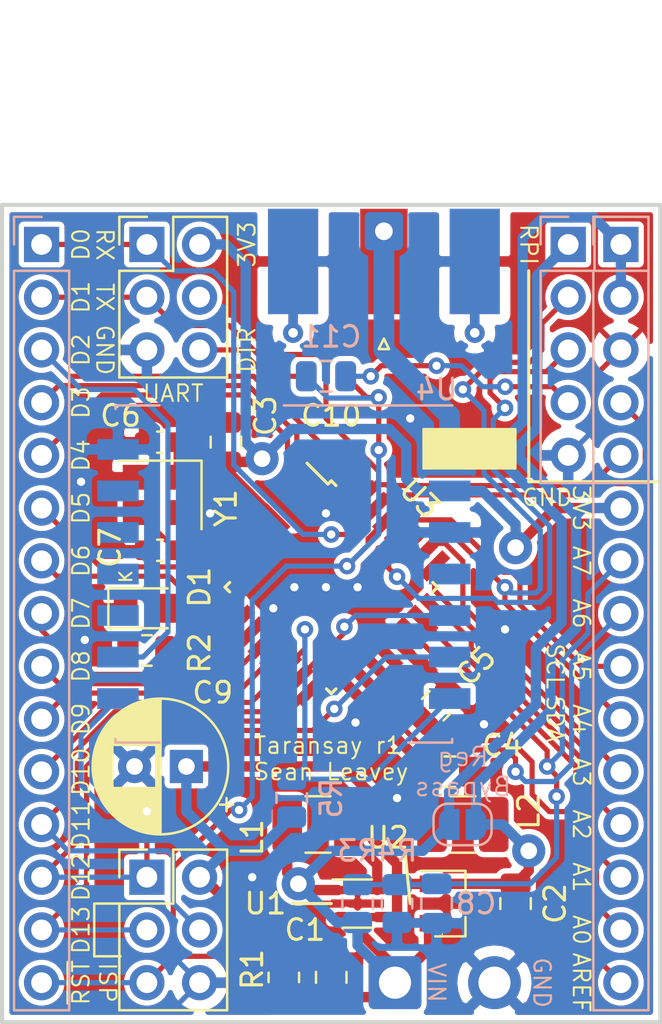
<source format=kicad_pcb>
(kicad_pcb (version 20211014) (generator pcbnew)
  (title_block (title "Taransay") (date "2021-11-06") (rev "1"))
  (layers (0 "F.Cu" signal) (31 "B.Cu" signal) (34 "B.Paste" user) (35 "F.Paste" user) (36 "B.SilkS" user "B.Silkscreen") (37 "F.SilkS" user "F.Silkscreen") (38 "B.Mask" user) (39 "F.Mask" user) (44 "Edge.Cuts" user))
  (net 0 "")
  (net 1 "GND")
  (net 2 "+3V3")
  (net 3 "Net-(C10-Pad2)")
  (net 4 "Net-(C11-Pad1)")
  (net 5 "Net-(L1-Pad2)")
  (net 6 "Net-(U4-Pad4)")
  (net 7 "Net-(U4-Pad10)")
  (net 8 "Net-(U4-Pad11)")
  (net 9 "Net-(U4-Pad12)")
  (net 10 "Net-(U4-Pad13)")
  (net 11 "+3.3VA")
  (net 12 "VDC")
  (net 13 "/AREF")
  (net 14 "Net-(C6-Pad2)")
  (net 15 "Net-(C7-Pad2)")
  (net 16 "/A7")
  (net 17 "/~{RST}")
  (net 18 "Net-(D1-Pad2)")
  (net 19 "/A6")
  (net 20 "/A5")
  (net 21 "/A4")
  (net 22 "/A3")
  (net 23 "/A2")
  (net 24 "/A1")
  (net 25 "/A0")
  (net 26 "/D13")
  (net 27 "/D12")
  (net 28 "/D11")
  (net 29 "/D10")
  (net 30 "/D9")
  (net 31 "/D8")
  (net 32 "/D7")
  (net 33 "/D6")
  (net 34 "/D5")
  (net 35 "/D4")
  (net 36 "/D3")
  (net 37 "/D2")
  (net 38 "/D1")
  (net 39 "/D0")
  (net 40 "Net-(J4-Pad1)")
  (net 41 "Net-(J7-Pad4)")
  (footprint "Capacitor_SMD:C_0805_2012Metric" (layer "F.Cu") (at 121.92 109.22 -90)
    (fp_text reference "C2")
    (fp_text value "22u")
  )
  (footprint "Capacitor_SMD:C_0805_2012Metric" (layer "F.Cu") (at 107.95 86.995 90)
    (fp_text reference "C3")
    (fp_text value "100n")
  )
  (footprint "Capacitor_SMD:C_0805_2012Metric" (layer "F.Cu") (at 118.745 102.87)
    (fp_text reference "C4")
    (fp_text value "100n")
  )
  (footprint "Capacitor_SMD:C_0603_1608Metric" (layer "F.Cu") (at 104.775 92.202)
    (fp_text reference "C7")
    (fp_text value "26p")
  )
  (footprint "LED_SMD:LED_0805_2012Metric_Pad1.15x1.40mm_HandSolder" (layer "F.Cu") (at 104.14 94.996)
    (fp_text reference "D1")
    (fp_text value "LED")
  )
  (footprint "Connector_Wire:SolderWire-0.25sqmm_1x01_D0.65mm_OD1.7mm" (layer "F.Cu") (at 115.57 76.835)
    (fp_text reference "J4" hide)
    (fp_text value "Whip antenna")
  )
  (footprint "Inductor_SMD:L_1210_3225Metric_Pad1.42x2.65mm_HandSolder" (layer "F.Cu") (at 112.395 105.41)
    (fp_text reference "L1")
    (fp_text value "10u")
  )
  (footprint "Inductor_SMD:L_1210_3225Metric_Pad1.42x2.65mm_HandSolder" (layer "F.Cu") (at 119.38 105.41 180)
    (fp_text reference "L2")
    (fp_text value "10u")
  )
  (footprint "Resistor_SMD:R_0805_2012Metric" (layer "F.Cu") (at 104.14 97.028)
    (fp_text reference "R2")
    (fp_text value "1k")
  )
  (footprint "Package_TO_SOT_SMD:SOT-363_SC-70-6" (layer "F.Cu") (at 114.3 109.22)
    (fp_text reference "U1")
    (fp_text value "LTC3525-3.3")
  )
  (footprint "Package_TO_SOT_SMD:SOT-23" (layer "F.Cu") (at 118.745 109.22)
    (fp_text reference "U2")
    (fp_text value "LM3480-3.3")
  )
  (footprint "Package_QFP:TQFP-32_7x7mm_P0.8mm" (layer "F.Cu") (at 113.03 93.98 -45)
    (fp_text reference "U3")
    (fp_text value "ATmega328P-AU")
  )
  (footprint "Crystal:Crystal_SMD_Abracon_ABM8G-4Pin_3.2x2.5mm" (layer "F.Cu") (at 104.775 89.535 180)
    (fp_text reference "Y1")
    (fp_text value "16MHz")
  )
  (footprint "Connector_Wire:SolderWire-0.75sqmm_1x02_P4.8mm_D1.25mm_OD2.3mm" (layer "F.Cu") (at 116.104 113.03)
    (fp_text reference "J1" hide)
    (fp_text value "VIN")
  )
  (footprint "Resistor_SMD:R_0805_2012Metric" (layer "F.Cu") (at 110.744 112.776 -90)
    (fp_text reference "R1")
    (fp_text value "10k")
  )
  (footprint "Capacitor_THT:CP_Radial_D6.3mm_P2.50mm" (layer "F.Cu") (at 106.045 102.616 180)
    (fp_text reference "C9")
    (fp_text value "68u")
  )
  (footprint "Connector_PinHeader_2.54mm:PinHeader_2x03_P2.54mm_Vertical" (layer "F.Cu") (at 104.14 77.47)
    (fp_text reference "J7" hide)
    (fp_text value "UART")
  )
  (footprint "Connector_Coaxial:SMA_Molex_73251-1153_EdgeMount_Horizontal" (layer "F.Cu") (at 115.57 80.01 -90)
    (fp_text reference "J5" hide)
    (fp_text value "SMA antenna")
  )
  (footprint "Capacitor_SMD:C_0805_2012Metric" (layer "F.Cu") (at 118.11 99.695 45)
    (fp_text reference "C5")
    (fp_text value "100n")
  )
  (footprint "Capacitor_SMD:C_0805_2012Metric" (layer "F.Cu") (at 113.03 112.776 90)
    (fp_text reference "C1")
    (fp_text value "1u")
  )
  (footprint "Connector_PinHeader_2.54mm:PinHeader_2x03_P2.54mm_Vertical" (layer "F.Cu") (at 104.14 107.95)
    (fp_text reference "J6" hide)
    (fp_text value "ISP")
  )
  (footprint "Capacitor_SMD:C_0805_2012Metric" (layer "F.Cu") (at 112.776 83.82 180)
    (fp_text reference "C10")
    (fp_text value "100n")
  )
  (footprint "Capacitor_SMD:C_0603_1608Metric" (layer "F.Cu") (at 104.775 86.995)
    (fp_text reference "C6")
    (fp_text value "26p")
  )
  (footprint "Capacitor_SMD:C_0805_2012Metric" (layer "B.Cu") (at 118.11 109.22 -90)
    (fp_text reference "C8")
    (fp_text value "NP")
  )
  (footprint "Jumper:SolderJumper-2_P1.3mm_Open_RoundedPad1.0x1.5mm" (layer "B.Cu") (at 119.365 105.41)
    (fp_text reference "JP1" hide)
    (fp_text value "Reg bypass")
  )
  (footprint "Resistor_SMD:R_0805_2012Metric" (layer "B.Cu") (at 114.3 109.22 90)
    (fp_text reference "R3")
    (fp_text value "470k")
  )
  (footprint "Resistor_SMD:R_0805_2012Metric" (layer "B.Cu") (at 116.205 109.22 -90)
    (fp_text reference "R4")
    (fp_text value "470k")
  )
  (footprint "Taransay_RF_Module:HOPERF_RFM69CW" (layer "B.Cu") (at 110.744 93.345 180)
    (fp_text reference "U4")
    (fp_text value "RFM69CW")
  )
  (footprint "Resistor_SMD:R_0805_2012Metric" (layer "B.Cu") (at 111.125 104.14 90)
    (fp_text reference "R5")
    (fp_text value "100k")
  )
  (footprint "Connector_PinSocket_2.54mm:PinSocket_1x15_P2.54mm_Vertical" (layer "B.Cu") (at 127 77.47 180)
    (fp_text reference "J2" hide)
    (fp_text value "Analog")
  )
  (footprint "Connector_PinSocket_2.54mm:PinSocket_1x15_P2.54mm_Vertical" (layer "B.Cu") (at 99.06 77.47 180)
    (fp_text reference "J3" hide)
    (fp_text value "Digital")
  )
  (footprint "Capacitor_SMD:C_0805_2012Metric" (layer "B.Cu") (at 112.776 83.82 180)
    (fp_text reference "C11")
    (fp_text value "100n")
  )
  (footprint "Connector_PinSocket_2.54mm:PinSocket_2x05_P2.54mm_Vertical" (layer "B.Cu") (at 124.46 77.47 180)
    (fp_text reference "J8" hide)
    (fp_text value "RPi Interconnect")
  )
  (gr_poly (pts (xy 121.92 86.36) (xy 121.92 88.265) (xy 117.475 88.265) (xy 117.475 86.36)) (layer "F.SilkS") (width 0.1) (fill solid))
  (gr_line (start 116.586 106.68) (end 116.84 109.22) (layer "F.SilkS") (width 0.15))
  (gr_line (start 111.125 109.22) (end 113.03 109.22) (layer "F.SilkS") (width 0.15))
  (gr_line (start 101.6 109.22) (end 101.6 111.76) (layer "F.SilkS") (width 0.12))
  (gr_line (start 101.6 111.76) (end 102.87 111.76) (layer "F.SilkS") (width 0.12))
  (gr_line (start 122.555 88.9) (end 128.905 88.9) (layer "F.SilkS") (width 0.15))
  (gr_line (start 102.87 109.22) (end 101.66 109.22) (layer "F.SilkS") (width 0.12))
  (gr_line (start 122.555 78.74) (end 122.555 88.9) (layer "F.SilkS") (width 0.15))
  (gr_line (start 128.905 75.565) (end 97.155 75.565) (layer "Edge.Cuts") (width 0.2))
  (gr_line (start 97.155 114.935) (end 128.905 114.935) (layer "Edge.Cuts") (width 0.2))
  (gr_line (start 128.905 114.935) (end 128.905 75.565) (layer "Edge.Cuts") (width 0.2))
  (gr_line (start 97.155 75.565) (end 97.155 114.935) (layer "Edge.Cuts") (width 0.2))
  (gr_text "VIN" (at 118.11 113.03 -90) (layer "B.SilkS") (effects (font (size 0.8 0.8) (thickness 0.1))))
  (gr_text "GND" (at 123.19 113.03 -90) (layer "B.SilkS") (effects (font (size 0.8 0.8) (thickness 0.1))))
  (gr_text "Reg\nBypass" (at 119.38 102.87) (layer "B.SilkS") (effects (font (size 0.9 0.9) (thickness 0.1)) (justify mirror)))
  (gr_text "D1" (at 100.965 80.01 90) (layer "F.SilkS") (effects (font (size 0.8 0.8) (thickness 0.1))))
  (gr_text "D2" (at 100.965 82.55 90) (layer "F.SilkS") (effects (font (size 0.8 0.8) (thickness 0.1))))
  (gr_text "D3" (at 100.965 85.09 90) (layer "F.SilkS") (effects (font (size 0.8 0.8) (thickness 0.1))))
  (gr_text "D4" (at 100.965 87.63 90) (layer "F.SilkS") (effects (font (size 0.8 0.8) (thickness 0.1))))
  (gr_text "D5" (at 100.965 90.17 90) (layer "F.SilkS") (effects (font (size 0.8 0.8) (thickness 0.1))))
  (gr_text "D6" (at 100.965 92.71 90) (layer "F.SilkS") (effects (font (size 0.8 0.8) (thickness 0.1))))
  (gr_text "D7" (at 100.965 95.25 90) (layer "F.SilkS") (effects (font (size 0.8 0.8) (thickness 0.1))))
  (gr_text "D8" (at 100.965 97.79 90) (layer "F.SilkS") (effects (font (size 0.8 0.8) (thickness 0.1))))
  (gr_text "D9" (at 100.965 100.33 90) (layer "F.SilkS") (effects (font (size 0.8 0.8) (thickness 0.1))))
  (gr_text "D10" (at 100.965 102.87 90) (layer "F.SilkS") (effects (font (size 0.8 0.8) (thickness 0.1))))
  (gr_text "D11" (at 100.965 105.41 90) (layer "F.SilkS") (effects (font (size 0.8 0.8) (thickness 0.1))))
  (gr_text "D12" (at 100.965 107.95 90) (layer "F.SilkS") (effects (font (size 0.8 0.8) (thickness 0.1))))
  (gr_text "D13" (at 100.965 110.49 90) (layer "F.SilkS") (effects (font (size 0.8 0.8) (thickness 0.1))))
  (gr_text "~{RST}" (at 100.965 113.03 90) (layer "F.SilkS") (effects (font (size 0.8 0.8) (thickness 0.1))))
  (gr_text "AREF" (at 125.095 113.03 -90) (layer "F.SilkS") (effects (font (size 0.8 0.8) (thickness 0.1))))
  (gr_text "A0" (at 125.095 110.49 -90) (layer "F.SilkS") (effects (font (size 0.8 0.8) (thickness 0.1))))
  (gr_text "A1" (at 125.095 107.95 -90) (layer "F.SilkS") (effects (font (size 0.8 0.8) (thickness 0.1))))
  (gr_text "A2" (at 125.095 105.41 -90) (layer "F.SilkS") (effects (font (size 0.8 0.8) (thickness 0.1))))
  (gr_text "A3" (at 125.095 102.87 -90) (layer "F.SilkS") (effects (font (size 0.8 0.8) (thickness 0.1))))
  (gr_text "A4" (at 125.095 100.33 -90) (layer "F.SilkS") (effects (font (size 0.8 0.8) (thickness 0.1))))
  (gr_text "A5" (at 125.095 97.79 -90) (layer "F.SilkS") (effects (font (size 0.8 0.8) (thickness 0.1))))
  (gr_text "A6" (at 125.095 95.25 -90) (layer "F.SilkS") (effects (font (size 0.8 0.8) (thickness 0.1))))
  (gr_text "A7" (at 125.095 92.71 -90) (layer "F.SilkS") (effects (font (size 0.8 0.8) (thickness 0.1))))
  (gr_text "3V3" (at 125.095 90.17 -90) (layer "F.SilkS") (effects (font (size 0.8 0.8) (thickness 0.1))))
  (gr_text "GND" (at 123.444 89.662) (layer "F.SilkS") (effects (font (size 0.8 0.8) (thickness 0.1))))
  (gr_text "3V3" (at 108.966 77.47 90) (layer "F.SilkS") (effects (font (size 0.8 0.8) (thickness 0.1))))
  (gr_text "GND" (at 102.108 82.55 -90) (layer "F.SilkS") (effects (font (size 0.8 0.8) (thickness 0.1))))
  (gr_text "TX" (at 102.108 80.01 -90) (layer "F.SilkS") (effects (font (size 0.8 0.8) (thickness 0.1))))
  (gr_text "RX" (at 102.108 77.47 -90) (layer "F.SilkS") (effects (font (size 0.8 0.8) (thickness 0.1))))
  (gr_text "DTR" (at 108.966 82.55 90) (layer "F.SilkS") (effects (font (size 0.8 0.8) (thickness 0.1))))
  (gr_text "UART" (at 105.41 84.6455) (layer "F.SilkS") (effects (font (size 0.8 0.8) (thickness 0.1))))
  (gr_text "RPI" (at 122.555 77.47 -90) (layer "F.SilkS") (effects (font (size 0.8 0.8) (thickness 0.1))))
  (gr_text "VIN" (at 118.11 113.03 -90) (layer "F.SilkS") (effects (font (size 0.8 0.8) (thickness 0.1))))
  (gr_text "GND" (at 123.19 113.03 -90) (layer "F.SilkS") (effects (font (size 0.8 0.8) (thickness 0.1))))
  (gr_text "ISP" (at 102.235 113.03 -90) (layer "F.SilkS") (effects (font (size 0.8 0.8) (thickness 0.1))))
  (gr_text "K" (at 103.124 93.472 90) (layer "F.SilkS") (effects (font (size 0.6 0.6) (thickness 0.1))))
  (gr_text "Taransay r1" (at 109.22 101.6) (layer "F.SilkS") (effects (font (size 0.8 0.8) (thickness 0.1)) (justify left)))
  (gr_text "Sean Leavey" (at 109.22 102.87) (layer "F.SilkS") (effects (font (size 0.8 0.8) (thickness 0.1)) (justify left)))
  (gr_text "SDA" (at 123.825 100.33 -90) (layer "F.SilkS") (effects (font (size 0.8 0.8) (thickness 0.1))))
  (gr_text "SCL" (at 123.825 97.79 -90) (layer "F.SilkS") (effects (font (size 0.8 0.8) (thickness 0.1))))
  (gr_text "D0" (at 100.965 77.47 90) (layer "F.SilkS") (effects (font (size 0.8 0.8) (thickness 0.1))))
  (segment (start 127 82.55) (end 125.73 81.28) (width 0.25) (layer "F.Cu") (net 1))
  (segment (start 102.489 94.996) (end 101.6 95.885) (width 0.25) (layer "F.Cu") (net 1))
  (segment (start 111.19 81.73) (end 111.19 78.29) (width 0.25) (layer "F.Cu") (net 1))
  (segment (start 125.73 83.82) (end 127 82.55) (width 0.25) (layer "F.Cu") (net 1))
  (segment (start 124.46 87.63) (end 125.73 86.36) (width 0.25) (layer "F.Cu") (net 1))
  (segment (start 102.667998 94.996) (end 101.143998 96.52) (width 0.25) (layer "F.Cu") (net 1))
  (segment (start 119.95 81.73) (end 119.95 78.29) (width 0.25) (layer "F.Cu") (net 1))
  (segment (start 125.73 86.36) (end 125.73 83.82) (width 0.25) (layer "F.Cu") (net 1))
  (segment (start 105.875 90.385) (end 107.149 90.385) (width 0.25) (layer "F.Cu") (net 1))
  (segment (start 103.115 94.996) (end 102.489 94.996) (width 0.25) (layer "F.Cu") (net 1))
  (segment (start 106.68 113.03) (end 105.41 114.3) (width 0.25) (layer "F.Cu") (net 1))
  (segment (start 111.19 81.28) (end 111.19 78.29) (width 0.25) (layer "F.Cu") (net 1))
  (segment (start 107.149 90.385) (end 107.188 90.424) (width 0.25) (layer "F.Cu") (net 1))
  (segment (start 127 82.55) (end 128.27 81.28) (width 0.25) (layer "F.Cu") (net 1))
  (segment (start 103.115 94.996) (end 102.667998 94.996) (width 0.25) (layer "F.Cu") (net 1))
  (via (at 116.84 85.852) (size 0.8) (drill 0.4) (layers "F.Cu" "B.Cu") (net 1))
  (via (at 112.776 90.424) (size 0.8) (drill 0.4) (layers "F.Cu" "B.Cu") (net 1))
  (via (at 111.252 93.98) (size 0.8) (drill 0.4) (layers "F.Cu" "B.Cu") (net 1))
  (via (at 116.205 104.14) (size 0.8) (drill 0.4) (layers "F.Cu" "B.Cu") (net 1))
  (via (at 112.776 93.98) (size 0.8) (drill 0.4) (layers "F.Cu" "B.Cu") (net 1))
  (via (at 120.396 100.584) (size 0.8) (drill 0.4) (layers "F.Cu" "B.Cu") (net 1))
  (via (at 101.143998 96.52) (size 0.8) (drill 0.4) (layers "F.Cu" "B.Cu") (net 1))
  (via (at 109.22 107.95) (size 0.8) (drill 0.4) (layers "F.Cu" "B.Cu") (net 1))
  (via (at 107.188 90.424) (size 0.8) (drill 0.4) (layers "F.Cu" "B.Cu") (net 1))
  (via (at 114.2 100.5) (size 0.8) (drill 0.4) (layers "F.Cu" "B.Cu") (net 1))
  (via (at 100.965 88.9) (size 0.8) (drill 0.4) (layers "F.Cu" "B.Cu") (net 1))
  (via (at 121.412 96.012) (size 0.8) (drill 0.4) (layers "F.Cu" "B.Cu") (net 1))
  (via (at 114.3 93.98) (size 0.8) (drill 0.4) (layers "F.Cu" "B.Cu") (net 1))
  (via (at 110.236 94.996) (size 0.8) (drill 0.4) (layers "F.Cu" "B.Cu") (net 1))
  (segment (start 111.19 81.73) (end 111.19 78.29) (width 0.25) (layer "B.Cu") (net 1))
  (segment (start 106.68 113.03) (end 105.41 114.3) (width 0.25) (layer "B.Cu") (net 1))
  (segment (start 119.95 81.73) (end 119.95 78.29) (width 0.25) (layer "B.Cu") (net 1))
  (segment (start 106.68 113.03) (end 105.41 111.76) (width 0.25) (layer "B.Cu") (net 1))
  (segment (start 124.46 87.63) (end 125.73 86.36) (width 0.25) (layer "B.Cu") (net 1))
  (segment (start 108.886905 90.344905) (end 108.531803 90.700007) (width 0.5) (layer "F.Cu") (net 2))
  (segment (start 122.555 106.68) (end 122.555 107.635) (width 0.5) (layer "F.Cu") (net 2))
  (segment (start 116.205 108.585) (end 116.205 107.95) (width 0.5) (layer "F.Cu") (net 2))
  (segment (start 107.95 88.334314) (end 110.307639 90.691953) (width 0.5) (layer "F.Cu") (net 2))
  (segment (start 115.04501 104.045044) (end 113.615966 102.616) (width 0.5) (layer "F.Cu") (net 2))
  (segment (start 108.531803 91.178859) (end 109.176268 91.823324) (width 0.5) (layer "F.Cu") (net 2))
  (segment (start 110.744 111.8635) (end 106.8305 107.95) (width 0.5) (layer "F.Cu") (net 2))
  (segment (start 121.92 92.075) (end 123.825 90.17) (width 0.5) (layer "F.Cu") (net 2))
  (segment (start 106.8305 107.95) (end 106.68 107.95) (width 0.5) (layer "F.Cu") (net 2))
  (segment (start 108.531803 90.700007) (end 108.531803 91.178859) (width 0.5) (layer "F.Cu") (net 2))
  (segment (start 123.825 90.17) (end 127 90.17) (width 0.5) (layer "F.Cu") (net 2))
  (segment (start 116.205 109.74) (end 116.205 108.585) (width 0.5) (layer "F.Cu") (net 2))
  (segment (start 121.285 105.41) (end 122.555 106.68) (width 0.5) (layer "F.Cu") (net 2))
  (segment (start 109.663175 90.047489) (end 109.184321 90.047489) (width 0.5) (layer "F.Cu") (net 2))
  (segment (start 109.539999 87.945) (end 109.694503 87.790496) (width 0.5) (layer "F.Cu") (net 2))
  (segment (start 117.745 108.27) (end 121.92 108.27) (width 0.5) (layer "F.Cu") (net 2))
  (segment (start 122.555 107.635) (end 121.92 108.27) (width 0.5) (layer "F.Cu") (net 2))
  (segment (start 116.525 108.27) (end 116.205 107.95) (width 0.5) (layer "F.Cu") (net 2))
  (segment (start 116.205 108.585) (end 116.205 107.315) (width 0.5) (layer "F.Cu") (net 2))
  (segment (start 115.25 109.87) (end 116.075 109.87) (width 0.5) (layer "F.Cu") (net 2))
  (segment (start 107.696 102.616) (end 106.045 102.616) (width 0.5) (layer "F.Cu") (net 2))
  (segment (start 113.615966 102.616) (end 107.696 102.616) (width 0.5) (layer "F.Cu") (net 2))
  (segment (start 116.075 109.87) (end 116.205 109.74) (width 0.5) (layer "F.Cu") (net 2))
  (segment (start 107.95 87.945) (end 109.539999 87.945) (width 0.5) (layer "F.Cu") (net 2))
  (segment (start 115.04501 106.15501) (end 115.04501 104.045044) (width 0.5) (layer "F.Cu") (net 2))
  (segment (start 117.745 108.27) (end 116.525 108.27) (width 0.5) (layer "F.Cu") (net 2))
  (segment (start 120.8675 105.41) (end 121.285 105.41) (width 0.5) (layer "F.Cu") (net 2))
  (segment (start 107.95 87.945) (end 107.95 88.334314) (width 0.5) (layer "F.Cu") (net 2))
  (segment (start 109.184321 90.047489) (end 108.886905 90.344905) (width 0.5) (layer "F.Cu") (net 2))
  (segment (start 110.307639 90.691953) (end 109.663175 90.047489) (width 0.5) (layer "F.Cu") (net 2))
  (segment (start 116.205 107.315) (end 115.04501 106.15501) (width 0.5) (layer "F.Cu") (net 2))
  (via (at 109.694503 87.790496) (size 1.6) (drill 0.8) (layers "F.Cu" "B.Cu") (net 2))
  (via (at 121.92 92.075) (size 1.6) (drill 0.8) (layers "F.Cu" "B.Cu") (net 2))
  (via (at 122.555 106.68) (size 1.6) (drill 0.8) (layers "F.Cu" "B.Cu") (net 2))
  (segment (start 111.125 105.0525) (end 110.8475 105.0525) (width 0.5) (layer "B.Cu") (net 2))
  (segment (start 127 90.17) (end 125.173008 90.17) (width 0.5) (layer "B.Cu") (net 2))
  (segment (start 121.285 105.41) (end 122.555 106.68) (width 0.5) (layer "B.Cu") (net 2))
  (segment (start 107.95 77.47) (end 106.68 77.47) (width 0.5) (layer "B.Cu") (net 2))
  (segment (start 122.966664 85.501664) (end 122.966664 78.963336) (width 0.5) (layer "B.Cu") (net 2))
  (segment (start 117.244 89.345) (end 116.6495 88.7505) (width 0.5) (layer "B.Cu") (net 2))
  (segment (start 108.90401 87.000003) (end 108.90401 78.42401) (width 0.5) (layer "B.Cu") (net 2))
  (segment (start 122.966662 86.3033) (end 122.966662 85.501666) (width 0.5) (layer "B.Cu") (net 2))
  (segment (start 106.045 102.616) (end 106.045 104.775) (width 0.5) (layer "B.Cu") (net 2))
  (segment (start 116.6495 88.7505) (end 116.6495 87.1855) (width 0.5) (layer "B.Cu") (net 2))
  (segment (start 124.836785 95.963619) (end 124.836785 90.506223) (width 0.5) (layer "B.Cu") (net 2))
  (segment (start 121.92 90.94363) (end 121.533185 90.556815) (width 0.5) (layer "B.Cu") (net 2))
  (segment (start 120.65 105.41) (end 121.285 105.41) (width 0.5) (layer "B.Cu") (net 2))
  (segment (start 122.966662 85.501666) (end 122.966664 85.501664) (width 0.5) (layer "B.Cu") (net 2))
  (segment (start 122.12103 87.148932) (end 122.966662 86.3033) (width 0.5) (layer "B.Cu") (net 2))
  (segment (start 121.290999 102.240999) (end 120.015 103.516998) (width 0.5) (layer "B.Cu") (net 2))
  (segment (start 122.12103 87.79047) (end 122.12103 87.148932) (width 0.5) (layer "B.Cu") (net 2))
  (segment (start 120.015 105.41) (end 120.65 105.41) (width 0.5) (layer "B.Cu") (net 2))
  (segment (start 120.015 103.516998) (end 120.015 105.41) (width 0.5) (layer "B.Cu") (net 2))
  (segment (start 109.694503 87.790496) (end 108.90401 87.000003) (width 0.5) (layer "B.Cu") (net 2))
  (segment (start 109.4975 106.68) (end 111.125 105.0525) (width 0.5) (layer "B.Cu") (net 2))
  (segment (start 120.32137 89.345) (end 121.533185 90.556815) (width 0.5) (layer "B.Cu") (net 2))
  (segment (start 121.290999 102.240999) (end 123.598979 99.933019) (width 0.5) (layer "B.Cu") (net 2))
  (segment (start 108.90401 78.42401) (end 107.95 77.47) (width 0.5) (layer "B.Cu") (net 2))
  (segment (start 115.824 86.36) (end 111.124999 86.36) (width 0.5) (layer "B.Cu") (net 2))
  (segment (start 116.6495 87.1855) (end 115.824 86.36) (width 0.5) (layer "B.Cu") (net 2))
  (segment (start 118.744 89.345) (end 117.244 89.345) (width 0.5) (layer "B.Cu") (net 2))
  (segment (start 107.95 106.68) (end 109.4975 106.68) (width 0.5) (layer "B.Cu") (net 2))
  (segment (start 121.92 92.075) (end 121.92 90.94363) (width 0.5) (layer "B.Cu") (net 2))
  (segment (start 122.966664 78.963336) (end 124.46 77.47) (width 0.5) (layer "B.Cu") (net 2))
  (segment (start 123.598979 97.201425) (end 124.836785 95.963619) (width 0.5) (layer "B.Cu") (net 2))
  (segment (start 125.173008 90.17) (end 124.836785 90.506223) (width 0.5) (layer "B.Cu") (net 2))
  (segment (start 111.124999 86.36) (end 109.694503 87.790496) (width 0.5) (layer "B.Cu") (net 2))
  (segment (start 106.68 107.95) (end 107.95 106.68) (width 0.5) (layer "B.Cu") (net 2))
  (segment (start 106.045 104.775) (end 107.95 106.68) (width 0.5) (layer "B.Cu") (net 2))
  (segment (start 123.598979 99.933019) (end 123.598979 97.201425) (width 0.5) (layer "B.Cu") (net 2))
  (segment (start 118.744 89.345) (end 120.32137 89.345) (width 0.5) (layer "B.Cu") (net 2))
  (segment (start 124.836785 90.506223) (end 122.12103 87.79047) (width 0.5) (layer "B.Cu") (net 2))
  (segment (start 109.92161 83.82) (end 111.826 83.82) (width 0.25) (layer "F.Cu") (net 3))
  (segment (start 108.65161 82.55) (end 109.92161 83.82) (width 0.25) (layer "F.Cu") (net 3))
  (segment (start 106.68 82.55) (end 108.65161 82.55) (width 0.25) (layer "F.Cu") (net 3))
  (segment (start 115.443 83.312) (end 114.935 83.82) (width 0.25) (layer "F.Cu") (net 4))
  (segment (start 123.693347 84.323347) (end 124.46 85.09) (width 0.25) (layer "F.Cu") (net 4))
  (segment (start 121.416653 84.323347) (end 123.693347 84.323347) (width 0.25) (layer "F.Cu") (net 4))
  (segment (start 118.11 83.312) (end 115.443 83.312) (width 0.25) (layer "F.Cu") (net 4))
  (via (at 121.416653 84.323347) (size 0.8) (drill 0.4) (layers "F.Cu" "B.Cu") (net 4))
  (via (at 114.935 83.82) (size 0.8) (drill 0.4) (layers "F.Cu" "B.Cu") (net 4))
  (via (at 118.11 83.312) (size 0.8) (drill 0.4) (layers "F.Cu" "B.Cu") (net 4))
  (segment (start 119.310002 83.312) (end 120.321349 84.323347) (width 0.25) (layer "B.Cu") (net 4))
  (segment (start 114.935 83.82) (end 113.726 83.82) (width 0.25) (layer "B.Cu") (net 4))
  (segment (start 118.11 83.312) (end 119.310002 83.312) (width 0.25) (layer "B.Cu") (net 4))
  (segment (start 120.321349 84.323347) (end 121.416653 84.323347) (width 0.25) (layer "B.Cu") (net 4))
  (segment (start 115.25 107.349962) (end 113.8825 105.982462) (width 0.5) (layer "F.Cu") (net 5))
  (segment (start 113.8825 105.982462) (end 113.8825 105.41) (width 0.5) (layer "F.Cu") (net 5))
  (segment (start 115.25 108.57) (end 115.25 107.349962) (width 0.5) (layer "F.Cu") (net 5))
  (segment (start 117.8925 102.9675) (end 117.795 102.87) (width 0.5) (layer "F.Cu") (net 11))
  (segment (start 114.62099 98.399417) (end 115.265455 99.043882) (width 0.5) (layer "F.Cu") (net 11))
  (segment (start 115.265455 99.043882) (end 115.265455 100.340455) (width 0.5) (layer "F.Cu") (net 11))
  (segment (start 115.265455 100.340455) (end 117.795 102.87) (width 0.5) (layer "F.Cu") (net 11))
  (segment (start 117.8925 105.41) (end 117.8925 102.9675) (width 0.5) (layer "F.Cu") (net 11))
  (segment (start 116.104 112.294) (end 116.104 113.03) (width 0.5) (layer "F.Cu") (net 12))
  (segment (start 110.9075 107.7325) (end 111.4425 108.2675) (width 0.5) (layer "F.Cu") (net 12))
  (segment (start 111.745 108.57) (end 113.35 108.57) (width 0.5) (layer "F.Cu") (net 12))
  (segment (start 113.68 109.87) (end 116.104 112.294) (width 0.5) (layer "F.Cu") (net 12))
  (segment (start 117.745 110.17) (end 117.745 111.389) (width 0.5) (layer "F.Cu") (net 12))
  (segment (start 115.408 113.726) (end 116.104 113.03) (width 0.5) (layer "F.Cu") (net 12))
  (segment (start 117.745 111.389) (end 116.104 113.03) (width 0.5) (layer "F.Cu") (net 12))
  (segment (start 113.03 113.726) (end 115.408 113.726) (width 0.5) (layer "F.Cu") (net 12))
  (segment (start 111.4425 108.2675) (end 111.745 108.57) (width 0.5) (layer "F.Cu") (net 12))
  (segment (start 113.35 109.87) (end 113.68 109.87) (width 0.5) (layer "F.Cu") (net 12))
  (segment (start 110.9075 105.41) (end 110.9075 107.7325) (width 0.5) (layer "F.Cu") (net 12))
  (via (at 111.4425 108.2675) (size 1.6) (drill 0.8) (layers "F.Cu" "B.Cu") (net 12))
  (segment (start 111.4425 108.2675) (end 113.03 106.68) (width 0.5) (layer "B.Cu") (net 12))
  (segment (start 113.03 106.68) (end 117.445 106.68) (width 0.5) (layer "B.Cu") (net 12))
  (segment (start 113.3075 110.1325) (end 114.3 110.1325) (width 0.5) (layer "B.Cu") (net 12))
  (segment (start 118.715 105.41) (end 118.715 103.827036) (width 0.5) (layer "B.Cu") (net 12))
  (segment (start 122.898969 99.643067) (end 122.066018 100.476018) (width 0.5) (layer "B.Cu") (net 12))
  (segment (start 111.4425 108.2675) (end 113.3075 110.1325) (width 0.5) (layer "B.Cu") (net 12))
  (segment (start 124.136775 95.673667) (end 122.898969 96.911472) (width 0.5) (layer "B.Cu") (net 12))
  (segment (start 122.266654 86.013346) (end 121.42102 86.85898) (width 0.5) (layer "B.Cu") (net 12))
  (segment (start 124.136775 90.796177) (end 124.136775 95.673667) (width 0.5) (layer "B.Cu") (net 12))
  (segment (start 114.3 110.1325) (end 114.3 111.226) (width 0.5) (layer "B.Cu") (net 12))
  (segment (start 121.42102 86.85898) (end 121.42102 88.080422) (width 0.5) (layer "B.Cu") (net 12))
  (segment (start 122.266654 77.153344) (end 122.266654 86.013346) (width 0.5) (layer "B.Cu") (net 12))
  (segment (start 127 77.47) (end 127 80.01) (width 0.5) (layer "B.Cu") (net 12))
  (segment (start 122.898969 96.911472) (end 122.898969 99.643067) (width 0.5) (layer "B.Cu") (net 12))
  (segment (start 125.699999 76.169999) (end 123.249999 76.169999) (width 0.5) (layer "B.Cu") (net 12))
  (segment (start 114.3 111.226) (end 116.104 113.03) (width 0.5) (layer "B.Cu") (net 12))
  (segment (start 127 77.47) (end 125.699999 76.169999) (width 0.5) (layer "B.Cu") (net 12))
  (segment (start 118.715 103.827036) (end 122.066018 100.476018) (width 0.5) (layer "B.Cu") (net 12))
  (segment (start 121.42102 88.080422) (end 124.136775 90.796177) (width 0.5) (layer "B.Cu") (net 12))
  (segment (start 117.445 106.68) (end 118.715 105.41) (width 0.5) (layer "B.Cu") (net 12))
  (segment (start 123.249999 76.169999) (end 122.266654 77.153344) (width 0.5) (layer "B.Cu") (net 12))
  (segment (start 115.752361 97.268047) (end 116.290475 97.806161) (width 0.25) (layer "F.Cu") (net 13))
  (segment (start 122.718999 102.397589) (end 122.718999 103.956693) (width 0.25) (layer "F.Cu") (net 13))
  (segment (start 125.374989 111.404989) (end 127 113.03) (width 0.25) (layer "F.Cu") (net 13))
  (segment (start 124.829275 107.052095) (end 125.374989 107.597809) (width 0.25) (layer "F.Cu") (net 13))
  (segment (start 116.290475 97.806161) (end 116.290475 99.218977) (width 0.25) (layer "F.Cu") (net 13))
  (segment (start 123.552153 104.789847) (end 124.445153 104.789847) (width 0.25) (layer "F.Cu") (net 13))
  (segment (start 117.438249 100.366751) (end 118.441478 101.36998) (width 0.25) (layer "F.Cu") (net 13))
  (segment (start 116.290475 99.218977) (end 117.438249 100.366751) (width 0.25) (layer "F.Cu") (net 13))
  (segment (start 118.441478 101.36998) (end 121.691391 101.369981) (width 0.25) (layer "F.Cu") (net 13))
  (segment (start 121.691391 101.369981) (end 122.718999 102.397589) (width 0.25) (layer "F.Cu") (net 13))
  (segment (start 125.374989 107.597809) (end 125.374989 111.404989) (width 0.25) (layer "F.Cu") (net 13))
  (segment (start 124.829275 105.173969) (end 124.829275 107.052095) (width 0.25) (layer "F.Cu") (net 13))
  (segment (start 122.718999 103.956693) (end 123.552153 104.789847) (width 0.25) (layer "F.Cu") (net 13))
  (segment (start 124.445153 104.789847) (end 124.829275 105.173969) (width 0.25) (layer "F.Cu") (net 13))
  (segment (start 107.956793 91.73522) (end 108.610583 92.38901) (width 0.25) (layer "F.Cu") (net 14))
  (segment (start 105.55 86.995) (end 105.55 88.36) (width 0.25) (layer "F.Cu") (net 14))
  (segment (start 105.875 88.685) (end 106.825 88.685) (width 0.25) (layer "F.Cu") (net 14))
  (segment (start 105.55 88.36) (end 105.875 88.685) (width 0.25) (layer "F.Cu") (net 14))
  (segment (start 107.956793 89.816793) (end 107.956793 91.73522) (width 0.25) (layer "F.Cu") (net 14))
  (segment (start 106.825 88.685) (end 107.956793 89.816793) (width 0.25) (layer "F.Cu") (net 14))
  (segment (start 103.733 90.385) (end 105.55 92.202) (width 0.25) (layer "F.Cu") (net 15))
  (segment (start 105.55 92.202) (end 107.292202 92.202) (width 0.25) (layer "F.Cu") (net 15))
  (segment (start 107.292202 92.202) (end 108.044897 92.954695) (width 0.25) (layer "F.Cu") (net 15))
  (segment (start 103.675 90.385) (end 103.733 90.385) (width 0.25) (layer "F.Cu") (net 15))
  (segment (start 119.145919 97.561559) (end 123.444 101.85964) (width 0.25) (layer "F.Cu") (net 16))
  (segment (start 116.883732 96.136676) (end 118.308615 97.561559) (width 0.25) (layer "F.Cu") (net 16))
  (segment (start 123.444 101.85964) (end 123.444 102.616) (width 0.25) (layer "F.Cu") (net 16))
  (segment (start 123.900154 104.064846) (end 123.900154 103.072154) (width 0.25) (layer "F.Cu") (net 16))
  (segment (start 118.308615 97.561559) (end 119.145919 97.561559) (width 0.25) (layer "F.Cu") (net 16))
  (segment (start 123.900154 103.072154) (end 123.444 102.616) (width 0.25) (layer "F.Cu") (net 16))
  (via (at 123.444 102.616) (size 0.8) (drill 0.4) (layers "F.Cu" "B.Cu") (net 16))
  (via (at 123.900154 104.064846) (size 0.8) (drill 0.4) (layers "F.Cu" "B.Cu") (net 16))
  (segment (start 125.411795 94.298205) (end 125.411795 96.201795) (width 0.25) (layer "B.Cu") (net 16))
  (segment (start 125.411795 96.201795) (end 124.173989 97.439601) (width 0.25) (layer "B.Cu") (net 16))
  (segment (start 118.0725 108.3075) (end 118.11 108.27) (width 0.25) (layer "B.Cu") (net 16))
  (segment (start 124.173989 97.439601) (end 124.173989 101.886011) (width 0.25) (layer "B.Cu") (net 16))
  (segment (start 122.630002 108.27) (end 123.900154 106.999848) (width 0.25) (layer "B.Cu") (net 16))
  (segment (start 127 92.71) (end 125.411795 94.298205) (width 0.25) (layer "B.Cu") (net 16))
  (segment (start 124.173989 101.886011) (end 123.444 102.616) (width 0.25) (layer "B.Cu") (net 16))
  (segment (start 114.3 108.3075) (end 116.205 108.3075) (width 0.25) (layer "B.Cu") (net 16))
  (segment (start 123.900154 106.999848) (end 123.900154 104.064846) (width 0.25) (layer "B.Cu") (net 16))
  (segment (start 118.11 108.27) (end 122.630002 108.27) (width 0.25) (layer "B.Cu") (net 16))
  (segment (start 116.205 108.3075) (end 118.0725 108.3075) (width 0.25) (layer "B.Cu") (net 16))
  (segment (start 113.792 92.964) (end 114.808 91.948) (width 0.25) (layer "F.Cu") (net 17))
  (segment (start 108.8155 111.76) (end 105.41 111.76) (width 0.25) (layer "F.Cu") (net 17))
  (segment (start 114.742 84.836) (end 113.726 83.82) (width 0.25) (layer "F.Cu") (net 17))
  (segment (start 105.41 111.76) (end 105.41 107.480998) (width 0.25) (layer "F.Cu") (net 17))
  (segment (start 108.179498 104.7115) (end 108.585 104.7115) (width 0.25) (layer "F.Cu") (net 17))
  (segment (start 104.14 113.03) (end 105.41 111.76) (width 0.25) (layer "F.Cu") (net 17))
  (segment (start 115.316 84.836) (end 114.742 84.836) (width 0.25) (layer "F.Cu") (net 17))
  (segment (start 115.320653 87.371347) (end 115.320653 84.840653) (width 0.25) (layer "F.Cu") (net 17))
  (segment (start 114.808 91.636314) (end 115.752361 90.691953) (width 0.25) (layer "F.Cu") (net 17))
  (segment (start 115.320653 84.840653) (end 115.316 84.836) (width 0.25) (layer "F.Cu") (net 17))
  (segment (start 114.808 91.948) (end 114.808 91.636314) (width 0.25) (layer "F.Cu") (net 17))
  (segment (start 105.41 107.480998) (end 108.179498 104.7115) (width 0.25) (layer "F.Cu") (net 17))
  (segment (start 110.744 113.6885) (end 108.8155 111.76) (width 0.25) (layer "F.Cu") (net 17))
  (via (at 108.585 104.7115) (size 0.8) (drill 0.4) (layers "F.Cu" "B.Cu") (net 17))
  (via (at 115.320653 87.371347) (size 0.8) (drill 0.4) (layers "F.Cu" "B.Cu") (net 17))
  (via (at 115.316 84.836) (size 0.8) (drill 0.4) (layers "F.Cu" "B.Cu") (net 17))
  (via (at 113.792 92.964) (size 0.8) (drill 0.4) (layers "F.Cu" "B.Cu") (net 17))
  (segment (start 115.320653 87.371347) (end 115.320653 91.435347) (width 0.25) (layer "B.Cu") (net 17))
  (segment (start 110.8075 93.0275) (end 110.871 92.964) (width 0.25) (layer "B.Cu") (net 17))
  (segment (start 108.585 104.7115) (end 109.22 104.0765) (width 0.25) (layer "B.Cu") (net 17))
  (segment (start 99.06 113.03) (end 104.14 113.03) (width 0.25) (layer "B.Cu") (net 17))
  (segment (start 112.87601 84.87001) (end 115.28199 84.87001) (width 0.25) (layer "B.Cu") (net 17))
  (segment (start 110.871 92.964) (end 113.792 92.964) (width 0.25) (layer "B.Cu") (net 17))
  (segment (start 115.28199 84.87001) (end 115.316 84.836) (width 0.25) (layer "B.Cu") (net 17))
  (segment (start 109.22 104.0765) (end 109.22 94.615) (width 0.25) (layer "B.Cu") (net 17))
  (segment (start 111.826 83.82) (end 112.87601 84.87001) (width 0.25) (layer "B.Cu") (net 17))
  (segment (start 109.22 94.615) (end 110.8075 93.0275) (width 0.25) (layer "B.Cu") (net 17))
  (segment (start 110.49 93.345) (end 110.8075 93.0275) (width 0.25) (layer "B.Cu") (net 17))
  (segment (start 115.320653 91.435347) (end 113.792 92.964) (width 0.25) (layer "B.Cu") (net 17))
  (segment (start 103.2275 97.028) (end 103.2275 96.9335) (width 0.25) (layer "F.Cu") (net 18))
  (segment (start 103.2275 96.9335) (end 105.165 94.996) (width 0.25) (layer "F.Cu") (net 18))
  (segment (start 115.840465 100.102279) (end 117.558176 101.81999) (width 0.25) (layer "F.Cu") (net 19))
  (segment (start 115.840465 98.487521) (end 115.840465 100.102279) (width 0.25) (layer "F.Cu") (net 19))
  (segment (start 121.50499 101.81999) (end 121.92 102.235) (width 0.25) (layer "F.Cu") (net 19))
  (segment (start 115.186676 97.833732) (end 115.840465 98.487521) (width 0.25) (layer "F.Cu") (net 19))
  (segment (start 117.558176 101.81999) (end 121.50499 101.81999) (width 0.25) (layer "F.Cu") (net 19))
  (segment (start 121.92 102.235) (end 121.92 102.87) (width 0.25) (layer "F.Cu") (net 19))
  (via (at 121.92 102.87) (size 0.8) (drill 0.4) (layers "F.Cu" "B.Cu") (net 19))
  (segment (start 122.391001 103.341001) (end 121.92 102.87) (width 0.25) (layer "B.Cu") (net 19))
  (segment (start 123.792001 103.341001) (end 122.718999 103.341001) (width 0.25) (layer "B.Cu") (net 19))
  (segment (start 124.623999 102.509003) (end 123.792001 103.341001) (width 0.25) (layer "B.Cu") (net 19))
  (segment (start 123.792001 103.341001) (end 122.391001 103.341001) (width 0.25) (layer "B.Cu") (net 19))
  (segment (start 124.623999 99.531001) (end 124.623999 97.626001) (width 0.25) (layer "B.Cu") (net 19))
  (segment (start 122.718999 103.341001) (end 122.391001 103.341001) (width 0.25) (layer "B.Cu") (net 19))
  (segment (start 124.623999 97.626001) (end 127 95.25) (width 0.25) (layer "B.Cu") (net 19))
  (segment (start 124.623999 99.531001) (end 124.623999 102.509003) (width 0.25) (layer "B.Cu") (net 19))
  (segment (start 122.132348 93.636652) (end 122.132348 94.825938) (width 0.25) (layer "F.Cu") (net 20))
  (segment (start 116.318047 91.257639) (end 116.600873 91.257639) (width 0.25) (layer "F.Cu") (net 20))
  (segment (start 120.691652 83.975346) (end 121.068652 83.598346) (width 0.25) (layer "F.Cu") (net 20))
  (segment (start 115.798582 93.065582) (end 115.798582 91.777104) (width 0.25) (layer "F.Cu") (net 20))
  (segment (start 125.09641 97.79) (end 127 97.79) (width 0.25) (layer "F.Cu") (net 20))
  (segment (start 121.755348 93.259652) (end 122.132348 93.636652) (width 0.25) (layer "F.Cu") (net 20))
  (segment (start 121.412 85.344) (end 120.691652 84.623652) (width 0.25) (layer "F.Cu") (net 20))
  (segment (start 116.837511 90.738175) (end 118.557825 90.738175) (width 0.25) (layer "F.Cu") (net 20))
  (segment (start 116.837512 90.738174) (end 118.797278 90.738174) (width 0.25) (layer "F.Cu") (net 20))
  (segment (start 120.691652 84.623652) (end 120.691652 83.975346) (width 0.25) (layer "F.Cu") (net 20))
  (segment (start 123.411654 83.598346) (end 124.46 82.55) (width 0.25) (layer "F.Cu") (net 20))
  (segment (start 116.318047 91.257639) (end 116.837511 90.738175) (width 0.25) (layer "F.Cu") (net 20))
  (segment (start 121.318756 93.259652) (end 121.755348 93.259652) (width 0.25) (layer "F.Cu") (net 20))
  (segment (start 122.132348 94.825938) (end 125.09641 97.79) (width 0.25) (layer "F.Cu") (net 20))
  (segment (start 115.798582 91.777104) (end 116.318047 91.257639) (width 0.25) (layer "F.Cu") (net 20))
  (segment (start 116.205 93.472) (end 115.798582 93.065582) (width 0.25) (layer "F.Cu") (net 20))
  (segment (start 116.600873 91.257639) (end 117.120338 90.738174) (width 0.25) (layer "F.Cu") (net 20))
  (segment (start 116.318047 91.257639) (end 116.837512 90.738174) (width 0.25) (layer "F.Cu") (net 20))
  (segment (start 121.068652 83.598346) (end 123.411654 83.598346) (width 0.25) (layer "F.Cu") (net 20))
  (segment (start 118.797278 90.738174) (end 121.318756 93.259652) (width 0.25) (layer "F.Cu") (net 20))
  (via (at 116.205 93.472) (size 0.8) (drill 0.4) (layers "F.Cu" "B.Cu") (net 20))
  (via (at 121.412 85.344) (size 0.8) (drill 0.4) (layers "F.Cu" "B.Cu") (net 20))
  (segment (start 121.059346 94.709654) (end 123.095346 94.709654) (width 0.25) (layer "B.Cu") (net 20))
  (segment (start 120.84601 85.90999) (end 121.412 85.344) (width 0.25) (layer "B.Cu") (net 20))
  (segment (start 120.84601 88.318598) (end 120.84601 85.90999) (width 0.25) (layer "B.Cu") (net 20))
  (segment (start 123.561765 94.243235) (end 123.561765 91.034353) (width 0.25) (layer "B.Cu") (net 20))
  (segment (start 116.205 93.472) (end 117.252999 94.519999) (width 0.25) (layer "B.Cu") (net 20))
  (segment (start 117.252999 94.519999) (end 120.869691 94.519999) (width 0.25) (layer "B.Cu") (net 20))
  (segment (start 123.095346 94.709654) (end 123.561765 94.243235) (width 0.25) (layer "B.Cu") (net 20))
  (segment (start 123.561765 91.034353) (end 120.84601 88.318598) (width 0.25) (layer "B.Cu") (net 20))
  (segment (start 120.869691 94.519999) (end 121.059346 94.709654) (width 0.25) (layer "B.Cu") (net 20))
  (segment (start 119.38 84.455) (end 120.686664 83.148336) (width 0.25) (layer "F.Cu") (net 21))
  (segment (start 122.591664 83.148336) (end 121.248336 83.148336) (width 0.25) (layer "F.Cu") (net 21))
  (segment (start 121.956664 83.148336) (end 122.518337 83.148336) (width 0.25) (layer "F.Cu") (net 21))
  (segment (start 123.19 81.28) (end 123.19 81.915) (width 0.25) (layer "F.Cu") (net 21))
  (segment (start 123.19 82.55) (end 122.591664 83.148336) (width 0.25) (layer "F.Cu") (net 21))
  (segment (start 116.883732 91.823324) (end 117.403196 91.30386) (width 0.25) (layer "F.Cu") (net 21))
  (segment (start 121.248336 83.148336) (end 121.956664 83.148336) (width 0.25) (layer "F.Cu") (net 21))
  (segment (start 120.686664 83.148336) (end 121.248336 83.148336) (width 0.25) (layer "F.Cu") (net 21))
  (segment (start 121.407347 93.984653) (end 121.407347 94.737347) (width 0.25) (layer "F.Cu") (net 21))
  (segment (start 124.46 80.01) (end 123.19 81.28) (width 0.25) (layer "F.Cu") (net 21))
  (segment (start 117.403196 91.30386) (end 118.726554 91.30386) (width 0.25) (layer "F.Cu") (net 21))
  (segment (start 121.407347 94.737347) (end 127 100.33) (width 0.25) (layer "F.Cu") (net 21))
  (segment (start 118.726554 91.30386) (end 121.407347 93.984653) (width 0.25) (layer "F.Cu") (net 21))
  (segment (start 123.19 81.28) (end 123.19 82.55) (width 0.25) (layer "F.Cu") (net 21))
  (via (at 121.407347 93.984653) (size 0.8) (drill 0.4) (layers "F.Cu" "B.Cu") (net 21))
  (via (at 119.38 84.455) (size 0.8) (drill 0.4) (layers "F.Cu" "B.Cu") (net 21))
  (segment (start 120.396 88.504998) (end 123.111755 91.220753) (width 0.25) (layer "B.Cu") (net 21))
  (segment (start 123.111755 94.056835) (end 122.908946 94.259644) (width 0.25) (layer "B.Cu") (net 21))
  (segment (start 121.682338 94.259644) (end 121.407347 93.984653) (width 0.25) (layer "B.Cu") (net 21))
  (segment (start 123.111755 91.220753) (end 123.111755 94.056835) (width 0.25) (layer "B.Cu") (net 21))
  (segment (start 122.908946 94.259644) (end 121.682338 94.259644) (width 0.25) (layer "B.Cu") (net 21))
  (segment (start 119.38 84.455) (end 120.396 85.471) (width 0.25) (layer "B.Cu") (net 21))
  (segment (start 120.396 85.471) (end 120.396 88.504998) (width 0.25) (layer "B.Cu") (net 21))
  (segment (start 120.682345 96.552345) (end 121.285 97.155) (width 0.25) (layer "F.Cu") (net 22))
  (segment (start 121.285 97.155) (end 127 102.87) (width 0.25) (layer "F.Cu") (net 22))
  (segment (start 119.38 94.885248) (end 120.682345 96.187594) (width 0.25) (layer "F.Cu") (net 22))
  (segment (start 117.968882 91.869545) (end 118.520959 91.869545) (width 0.25) (layer "F.Cu") (net 22))
  (segment (start 118.520959 91.869545) (end 119.38 92.728586) (width 0.25) (layer "F.Cu") (net 22))
  (segment (start 119.38 92.728586) (end 119.38 94.885248) (width 0.25) (layer "F.Cu") (net 22))
  (segment (start 120.682345 96.187594) (end 120.682345 96.552345) (width 0.25) (layer "F.Cu") (net 22))
  (segment (start 117.449417 92.38901) (end 117.968882 91.869545) (width 0.25) (layer "F.Cu") (net 22))
  (segment (start 125.73 104.14) (end 127 105.41) (width 0.25) (layer "F.Cu") (net 23))
  (segment (start 118.015103 94.139103) (end 118.872 94.996) (width 0.25) (layer "F.Cu") (net 23))
  (segment (start 120.232337 96.738747) (end 125.73 102.23641) (width 0.25) (layer "F.Cu") (net 23))
  (segment (start 118.872 94.996) (end 118.872 95.013658) (width 0.25) (layer "F.Cu") (net 23))
  (segment (start 118.872 95.013658) (end 120.232336 96.373994) (width 0.25) (layer "F.Cu") (net 23))
  (segment (start 125.73 102.23641) (end 125.73 104.14) (width 0.25) (layer "F.Cu") (net 23))
  (segment (start 120.232336 96.373994) (end 120.232337 96.738747) (width 0.25) (layer "F.Cu") (net 23))
  (segment (start 118.015103 92.954695) (end 118.015103 94.139103) (width 0.25) (layer "F.Cu") (net 23))
  (segment (start 119.782328 96.560396) (end 118.227237 95.005305) (width 0.25) (layer "F.Cu") (net 24))
  (segment (start 118.227237 95.005305) (end 118.015103 95.005305) (width 0.25) (layer "F.Cu") (net 24))
  (segment (start 125.27999 102.42281) (end 119.782328 96.925148) (width 0.25) (layer "F.Cu") (net 24))
  (segment (start 127 107.95) (end 125.729295 106.679295) (width 0.25) (layer "F.Cu") (net 24))
  (segment (start 119.782328 96.925148) (end 119.782328 96.560396) (width 0.25) (layer "F.Cu") (net 24))
  (segment (start 125.729295 106.679295) (end 125.729295 104.775705) (width 0.25) (layer "F.Cu") (net 24))
  (segment (start 125.27999 104.3264) (end 125.27999 102.42281) (width 0.25) (layer "F.Cu") (net 24))
  (segment (start 125.729295 104.775705) (end 125.27999 104.3264) (width 0.25) (layer "F.Cu") (net 24))
  (segment (start 118.989976 97.111549) (end 117.449417 95.57099) (width 0.25) (layer "F.Cu") (net 25))
  (segment (start 125.824999 109.314999) (end 125.824999 107.411409) (width 0.25) (layer "F.Cu") (net 25))
  (segment (start 124.82998 102.60921) (end 119.332319 97.111549) (width 0.25) (layer "F.Cu") (net 25))
  (segment (start 125.279285 106.865695) (end 125.279285 104.962105) (width 0.25) (layer "F.Cu") (net 25))
  (segment (start 119.332319 97.111549) (end 118.989976 97.111549) (width 0.25) (layer "F.Cu") (net 25))
  (segment (start 124.829981 104.512801) (end 124.82998 102.60921) (width 0.25) (layer "F.Cu") (net 25))
  (segment (start 125.824999 107.411409) (end 125.279285 106.865695) (width 0.25) (layer "F.Cu") (net 25))
  (segment (start 127 110.49) (end 125.824999 109.314999) (width 0.25) (layer "F.Cu") (net 25))
  (segment (start 125.279285 104.962105) (end 124.829981 104.512801) (width 0.25) (layer "F.Cu") (net 25))
  (segment (start 112.140338 100.88007) (end 113.177704 99.842704) (width 0.25) (layer "F.Cu") (net 26))
  (segment (start 99.06 110.49) (end 101.23002 108.31998) (width 0.25) (layer "F.Cu") (net 26))
  (segment (start 113.177704 99.842704) (end 114.055305 98.965103) (width 0.25) (layer "F.Cu") (net 26))
  (segment (start 101.23002 102.60921) (end 102.95916 100.88007) (width 0.25) (layer "F.Cu") (net 26))
  (segment (start 102.95916 100.88007) (end 112.140338 100.88007) (width 0.25) (layer "F.Cu") (net 26))
  (segment (start 101.23002 108.31998) (end 101.23002 102.60921) (width 0.25) (layer "F.Cu") (net 26))
  (via (at 113.177704 99.842704) (size 0.8) (drill 0.4) (layers "F.Cu" "B.Cu") (net 26))
  (segment (start 113.177704 99.842704) (end 115.675408 97.345) (width 0.25) (layer "B.Cu") (net 26))
  (segment (start 115.675408 97.345) (end 118.744 97.345) (width 0.25) (layer "B.Cu") (net 26))
  (segment (start 99.06 110.49) (end 104.14 110.49) (width 0.25) (layer "B.Cu") (net 26))
  (segment (start 112.004695 98.965103) (end 110.539738 100.43006) (width 0.25) (layer "F.Cu") (net 27))
  (segment (start 100.78001 106.22999) (end 99.06 107.95) (width 0.25) (layer "F.Cu") (net 27))
  (segment (start 104.14 104.775) (end 104.14 105.0925) (width 0.25) (layer "F.Cu") (net 27))
  (segment (start 104.14 105.0925) (end 104.14 107.95) (width 0.25) (layer "F.Cu") (net 27))
  (segment (start 110.539738 100.43006) (end 109.95506 100.43006) (width 0.25) (layer "F.Cu") (net 27))
  (segment (start 109.95506 100.43006) (end 102.77276 100.43006) (width 0.25) (layer "F.Cu") (net 27))
  (segment (start 102.77276 100.43006) (end 100.78001 102.42281) (width 0.25) (layer "F.Cu") (net 27))
  (segment (start 100.78001 102.42281) (end 100.78001 106.22999) (width 0.25) (layer "F.Cu") (net 27))
  (via (at 104.14 104.775) (size 0.8) (drill 0.4) (layers "F.Cu" "B.Cu") (net 27))
  (segment (start 100.965 101.124) (end 102.744 99.345) (width 0.25) (layer "B.Cu") (net 27))
  (segment (start 99.06 107.95) (end 104.14 107.95) (width 0.25) (layer "B.Cu") (net 27))
  (segment (start 104.14 104.775) (end 102.235 104.775) (width 0.25) (layer "B.Cu") (net 27))
  (segment (start 102.235 104.775) (end 100.965 103.505) (width 0.25) (layer "B.Cu") (net 27))
  (segment (start 100.965 103.505) (end 100.965 101.124) (width 0.25) (layer "B.Cu") (net 27))
  (segment (start 100.33 104.14) (end 99.06 105.41) (width 0.25) (layer "F.Cu") (net 28))
  (segment (start 111.43901 98.399417) (end 113.665 96.173427) (width 0.25) (layer "F.Cu") (net 28))
  (segment (start 100.33 102.23641) (end 100.33 104.14) (width 0.25) (layer "F.Cu") (net 28))
  (segment (start 109.858377 99.98005) (end 102.58636 99.98005) (width 0.25) (layer "F.Cu") (net 28))
  (segment (start 111.43901 98.399417) (end 109.858377 99.98005) (width 0.25) (layer "F.Cu") (net 28))
  (segment (start 102.58636 99.98005) (end 100.33 102.23641) (width 0.25) (layer "F.Cu") (net 28))
  (segment (start 113.665 96.173427) (end 113.665 95.885) (width 0.25) (layer "F.Cu") (net 28))
  (via (at 113.665 95.885) (size 0.8) (drill 0.4) (layers "F.Cu" "B.Cu") (net 28))
  (segment (start 99.06 105.41) (end 100.33 106.68) (width 0.25) (layer "B.Cu") (net 28))
  (segment (start 105.155002 106.68) (end 105.41 106.934998) (width 0.25) (layer "B.Cu") (net 28))
  (segment (start 114.205 95.345) (end 118.744 95.345) (width 0.25) (layer "B.Cu") (net 28))
  (segment (start 113.665 95.885) (end 114.205 95.345) (width 0.25) (layer "B.Cu") (net 28))
  (segment (start 100.33 106.68) (end 105.155002 106.68) (width 0.25) (layer "B.Cu") (net 28))
  (segment (start 105.41 109.22) (end 106.68 110.49) (width 0.25) (layer "B.Cu") (net 28))
  (segment (start 105.41 106.934998) (end 105.41 109.22) (width 0.25) (layer "B.Cu") (net 28))
  (segment (start 109.177016 99.53004) (end 110.873324 97.833732) (width 0.25) (layer "F.Cu") (net 29))
  (segment (start 111.76 96.012) (end 111.76 96.947056) (width 0.25) (layer "F.Cu") (net 29))
  (segment (start 99.06 102.87) (end 102.39996 99.53004) (width 0.25) (layer "F.Cu") (net 29))
  (segment (start 111.76 96.947056) (end 110.873324 97.833732) (width 0.25) (layer "F.Cu") (net 29))
  (segment (start 102.39996 99.53004) (end 109.177016 99.53004) (width 0.25) (layer "F.Cu") (net 29))
  (via (at 111.76 96.012) (size 0.8) (drill 0.4) (layers "F.Cu" "B.Cu") (net 29))
  (segment (start 111.125 103.2275) (end 114.8615 103.2275) (width 0.25) (layer "B.Cu") (net 29))
  (segment (start 111.76 102.5925) (end 111.125 103.2275) (width 0.25) (layer "B.Cu") (net 29))
  (segment (start 111.76 96.012) (end 111.76 102.5925) (width 0.25) (layer "B.Cu") (net 29))
  (segment (start 114.8615 103.2275) (end 118.744 99.345) (width 0.25) (layer "B.Cu") (net 29))
  (segment (start 99.06 100.33) (end 100.30997 99.08003) (width 0.25) (layer "F.Cu") (net 30))
  (segment (start 100.30997 99.08003) (end 108.495656 99.08003) (width 0.25) (layer "F.Cu") (net 30))
  (segment (start 108.495656 99.08003) (end 110.307639 97.268047) (width 0.25) (layer "F.Cu") (net 30))
  (segment (start 99.90002 98.63002) (end 99.06 97.79) (width 0.25) (layer "F.Cu") (net 31))
  (segment (start 109.741953 96.702361) (end 107.814294 98.63002) (width 0.25) (layer "F.Cu") (net 31))
  (segment (start 107.814294 98.63002) (end 99.90002 98.63002) (width 0.25) (layer "F.Cu") (net 31))
  (segment (start 101.189012 98.18001) (end 107.132934 98.18001) (width 0.25) (layer "F.Cu") (net 32))
  (segment (start 107.132934 98.18001) (end 109.176268 96.136676) (width 0.25) (layer "F.Cu") (net 32))
  (segment (start 99.06 95.25) (end 99.06 96.050998) (width 0.25) (layer "F.Cu") (net 32))
  (segment (start 99.06 96.050998) (end 101.189012 98.18001) (width 0.25) (layer "F.Cu") (net 32))
  (segment (start 107.153573 97.028) (end 108.610583 95.57099) (width 0.25) (layer "F.Cu") (net 33))
  (segment (start 105.573595 93.816405) (end 106.06501 94.30782) (width 0.25) (layer "F.Cu") (net 33))
  (segment (start 106.06501 95.27001) (end 106.06501 96.92101) (width 0.25) (layer "F.Cu") (net 33))
  (segment (start 106.06501 94.30782) (end 106.06501 95.27001) (width 0.25) (layer "F.Cu") (net 33))
  (segment (start 105.20921 93.45202) (end 99.80202 93.45202) (width 0.25) (layer "F.Cu") (net 33))
  (segment (start 106.172 97.028) (end 107.153573 97.028) (width 0.25) (layer "F.Cu") (net 33))
  (segment (start 106.06501 96.92101) (end 106.172 97.028) (width 0.25) (layer "F.Cu") (net 33))
  (segment (start 105.0525 97.028) (end 106.172 97.028) (width 0.25) (layer "F.Cu") (net 33))
  (segment (start 105.573595 93.816405) (end 105.20921 93.45202) (width 0.25) (layer "F.Cu") (net 33))
  (segment (start 99.80202 93.45202) (end 99.06 92.71) (width 0.25) (layer "F.Cu") (net 33))
  (segment (start 99.06 90.17) (end 101.89201 93.00201) (width 0.25) (layer "F.Cu") (net 34))
  (segment (start 101.89201 93.00201) (end 106.041602 93.00201) (width 0.25) (layer "F.Cu") (net 34))
  (segment (start 106.041602 93.00201) (end 108.044897 95.005305) (width 0.25) (layer "F.Cu") (net 34))
  (segment (start 99.06 87.63) (end 101.96998 84.72002) (width 0.25) (layer "F.Cu") (net 35))
  (segment (start 108.85002 84.72002) (end 110.919545 86.789545) (width 0.25) (layer "F.Cu") (net 35))
  (segment (start 110.919545 86.789545) (end 110.919545 89.041118) (width 0.25) (layer "F.Cu") (net 35))
  (segment (start 110.919545 89.041118) (end 111.43901 89.560583) (width 0.25) (layer "F.Cu") (net 35))
  (segment (start 101.96998 84.72002) (end 108.85002 84.72002) (width 0.25) (layer "F.Cu") (net 35))
  (segment (start 109.03642 84.27001) (end 111.369555 86.603145) (width 0.25) (layer "F.Cu") (net 36))
  (segment (start 99.06 85.09) (end 99.87999 84.27001) (width 0.25) (layer "F.Cu") (net 36))
  (segment (start 99.87999 84.27001) (end 109.03642 84.27001) (width 0.25) (layer "F.Cu") (net 36))
  (segment (start 111.369555 86.603145) (end 111.369555 88.359757) (width 0.25) (layer "F.Cu") (net 36))
  (segment (start 111.369555 88.359757) (end 112.004695 88.994897) (width 0.25) (layer "F.Cu") (net 36))
  (segment (start 99.06 82.55) (end 100.33 83.82) (width 0.25) (layer "F.Cu") (net 37))
  (segment (start 100.33 83.82) (end 109.2852 83.82) (width 0.25) (layer "F.Cu") (net 37))
  (segment (start 109.2852 83.82) (end 114.055305 88.590105) (width 0.25) (layer "F.Cu") (net 37))
  (segment (start 114.055305 88.590105) (end 114.055305 88.994897) (width 0.25) (layer "F.Cu") (net 37))
  (segment (start 105.156 86.106) (end 105.156 94.361) (width 0.25) (layer "B.Cu") (net 37))
  (segment (start 99.06 82.55) (end 100.965 84.455) (width 0.25) (layer "B.Cu") (net 37))
  (segment (start 105.156 96.139) (end 103.95 97.345) (width 0.25) (layer "B.Cu") (net 37))
  (segment (start 100.965 84.455) (end 103.505 84.455) (width 0.25) (layer "B.Cu") (net 37))
  (segment (start 105.156 94.361) (end 105.156 96.139) (width 0.25) (layer "B.Cu") (net 37))
  (segment (start 103.505 84.455) (end 105.156 86.106) (width 0.25) (layer "B.Cu") (net 37))
  (segment (start 103.95 97.345) (end 102.744 97.345) (width 0.25) (layer "B.Cu") (net 37))
  (segment (start 99.06 80.01) (end 104.14 80.01) (width 0.25) (layer "F.Cu") (net 38))
  (segment (start 115.140455 89.041118) (end 115.711118 89.041118) (width 0.25) (layer "F.Cu") (net 38))
  (segment (start 108.113019 81.374999) (end 109.50801 82.76999) (width 0.25) (layer "F.Cu") (net 38))
  (segment (start 115.316 88.392) (end 115.316 88.865573) (width 0.25) (layer "F.Cu") (net 38))
  (segment (start 112.776 82.98183) (end 112.776 85.852) (width 0.25) (layer "F.Cu") (net 38))
  (segment (start 112.776 85.852) (end 115.316 88.392) (width 0.25) (layer "F.Cu") (net 38))
  (segment (start 125.54501 89.08499) (end 127 87.63) (width 0.25) (layer "F.Cu") (net 38))
  (segment (start 105.504999 81.374999) (end 108.113019 81.374999) (width 0.25) (layer "F.Cu") (net 38))
  (segment (start 115.711118 89.041118) (end 115.75499 89.08499) (width 0.25) (layer "F.Cu") (net 38))
  (segment (start 115.75499 89.08499) (end 117.29001 89.08499) (width 0.25) (layer "F.Cu") (net 38))
  (segment (start 115.316 88.865573) (end 114.62099 89.560583) (width 0.25) (layer "F.Cu") (net 38))
  (segment (start 112.56416 82.76999) (end 112.776 82.98183) (width 0.25) (layer "F.Cu") (net 38))
  (segment (start 114.62099 89.560583) (end 115.140455 89.041118) (width 0.25) (layer "F.Cu") (net 38))
  (segment (start 104.14 80.01) (end 105.504999 81.374999) (width 0.25) (layer "F.Cu") (net 38))
  (segment (start 115.75499 89.08499) (end 125.54501 89.08499) (width 0.25) (layer "F.Cu") (net 38))
  (segment (start 109.50801 82.76999) (end 112.56416 82.76999) (width 0.25) (layer "F.Cu") (net 38))
  (segment (start 115.777944 89.535) (end 125.895998 89.535) (width 0.25) (layer "F.Cu") (net 39))
  (segment (start 127.413001 88.994999) (end 128.175001 88.232999) (width 0.25) (layer "F.Cu") (net 39))
  (segment (start 115.186676 90.126268) (end 115.777944 89.535) (width 0.25) (layer "F.Cu") (net 39))
  (segment (start 125.895998 89.535) (end 126.435999 88.994999) (width 0.25) (layer "F.Cu") (net 39))
  (segment (start 128.175001 86.265001) (end 127 85.09) (width 0.25) (layer "F.Cu") (net 39))
  (segment (start 113.872944 91.44) (end 115.186676 90.126268) (width 0.25) (layer "F.Cu") (net 39))
  (segment (start 126.435999 88.994999) (end 127.413001 88.994999) (width 0.25) (layer "F.Cu") (net 39))
  (segment (start 99.06 77.47) (end 104.14 77.47) (width 0.25) (layer "F.Cu") (net 39))
  (segment (start 113.03 91.44) (end 113.872944 91.44) (width 0.25) (layer "F.Cu") (net 39))
  (segment (start 128.175001 88.232999) (end 128.175001 86.265001) (width 0.25) (layer "F.Cu") (net 39))
  (via (at 113.03 91.44) (size 0.8) (drill 0.4) (layers "F.Cu" "B.Cu") (net 39))
  (segment (start 108.329 79.754) (end 108.329 88.089995) (width 0.25) (layer "B.Cu") (net 39))
  (segment (start 111.679005 91.44) (end 113.03 91.44) (width 0.25) (layer "B.Cu") (net 39))
  (segment (start 104.14 77.47) (end 105.41 78.74) (width 0.25) (layer "B.Cu") (net 39))
  (segment (start 105.41 78.74) (end 107.315 78.74) (width 0.25) (layer "B.Cu") (net 39))
  (segment (start 107.315 78.74) (end 108.329 79.754) (width 0.25) (layer "B.Cu") (net 39))
  (segment (start 108.329 88.089995) (end 111.679005 91.44) (width 0.25) (layer "B.Cu") (net 39))
  (segment (start 115.57 78.29) (end 115.57 76.835) (width 1) (layer "F.Cu") (net 40))
  (segment (start 115.57 76.835) (end 115.57 82.55) (width 1) (layer "B.Cu") (net 40))
  (segment (start 115.57 82.55) (end 118.744 85.724) (width 1) (layer "B.Cu") (net 40))
  (segment (start 118.744 85.724) (end 118.744 87.345) (width 1) (layer "B.Cu") (net 40))
  (zone (net 1) (net_name "GND") (layer "F.Cu") (connect_pads (clearance 0.254)) (min_thickness 0.254) (fill yes (thermal_gap 0.508) (thermal_bridge_width 0.508))
    (polygon (pts (xy 128.905 114.935) (xy 97.155 114.935) (xy 97.155 75.565) (xy 128.905 75.565)))
  )
  (zone (net 1) (net_name "GND") (layer "B.Cu") (connect_pads (clearance 0.254)) (min_thickness 0.254) (fill yes (thermal_gap 0.508) (thermal_bridge_width 0.508))
    (polygon (pts (xy 128.905 114.935) (xy 97.155 114.935) (xy 97.155 75.565) (xy 128.905 75.565)))
  )
)
</source>
